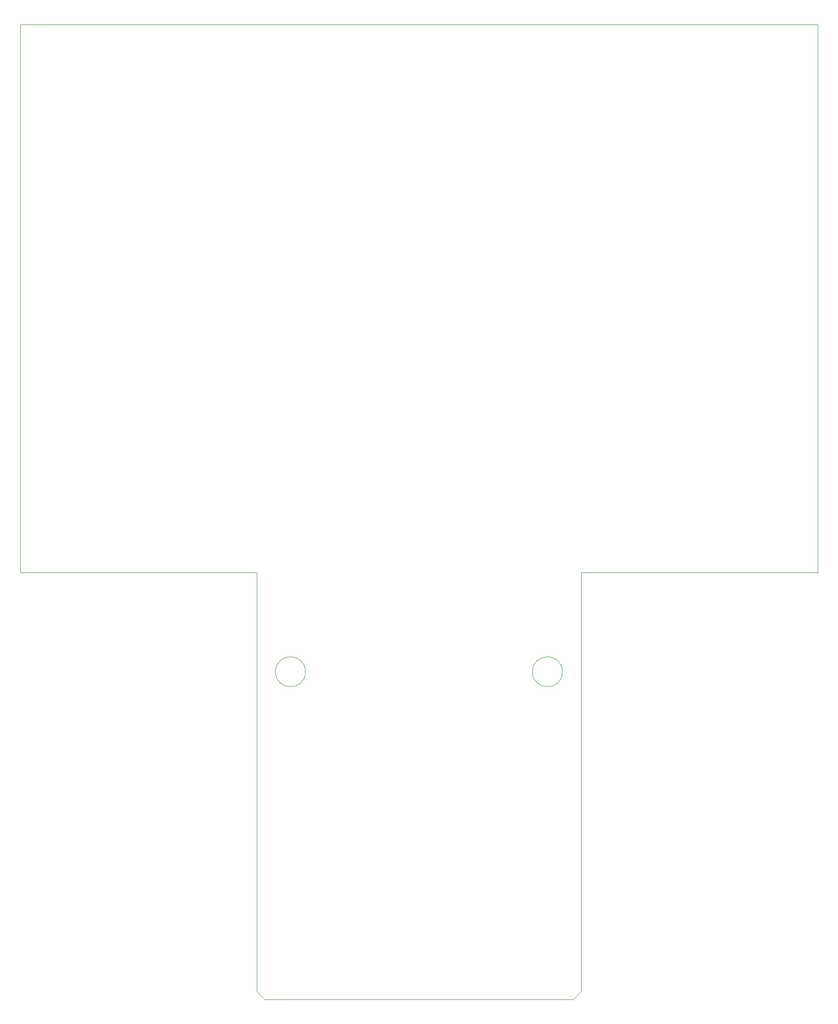
<source format=gm1>
G04 #@! TF.GenerationSoftware,KiCad,Pcbnew,(6.0.0)*
G04 #@! TF.CreationDate,2022-08-18T21:38:14-04:00*
G04 #@! TF.ProjectId,intellivision t-card replic,696e7465-6c6c-4697-9669-73696f6e2074,rev?*
G04 #@! TF.SameCoordinates,Original*
G04 #@! TF.FileFunction,Profile,NP*
%FSLAX46Y46*%
G04 Gerber Fmt 4.6, Leading zero omitted, Abs format (unit mm)*
G04 Created by KiCad (PCBNEW (6.0.0)) date 2022-08-18 21:38:14*
%MOMM*%
%LPD*%
G01*
G04 APERTURE LIST*
G04 #@! TA.AperFunction,Profile*
%ADD10C,0.100000*%
G04 #@! TD*
G04 #@! TA.AperFunction,Profile*
%ADD11C,0.120000*%
G04 #@! TD*
G04 APERTURE END LIST*
D10*
X46490000Y-115856200D02*
X46490000Y-17671600D01*
X189501400Y-115856200D02*
X189501400Y-17671600D01*
X97636960Y-133670000D02*
G75*
G03*
X97636960Y-133670000I-2688300J0D01*
G01*
X147091400Y-115856200D02*
X189501400Y-115856200D01*
X46490000Y-17671600D02*
X189501400Y-17671600D01*
X143731040Y-133670000D02*
G75*
G03*
X143731040Y-133670000I-2688300J0D01*
G01*
X88900000Y-183540000D02*
X88900000Y-115856200D01*
X147091400Y-183540000D02*
X147091400Y-115856200D01*
X46490000Y-115856200D02*
X88900000Y-115856200D01*
D11*
X88900000Y-190930000D02*
X88900000Y-183540000D01*
X88900000Y-190930000D02*
X90350000Y-192380000D01*
X145641400Y-192380000D02*
X90350000Y-192380000D01*
X147091400Y-190930000D02*
X147091400Y-183540000D01*
X147091400Y-190930000D02*
X145641400Y-192380000D01*
M02*

</source>
